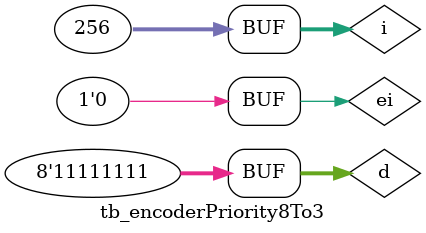
<source format=v>
module tb_encoderPriority8To3;
reg ei;
reg [7:0] d;
wire [2:0] a;
wire gs;
wire eo;
integer i;

initial begin
    ei = 1'b1;
    d = 8'hff;
    #1;

    for (i = 0; i <= 8'hff; i = i + 1) begin
        ei = 1'b0;
        d = i;
        #1;
    end
end

encoderPriority8To3 dut(
    .enableIn(ei),
    .in(d),
    .out(a),
    .groupSignal(gs),
    .enableOut(eo)
    );

endmodule

</source>
